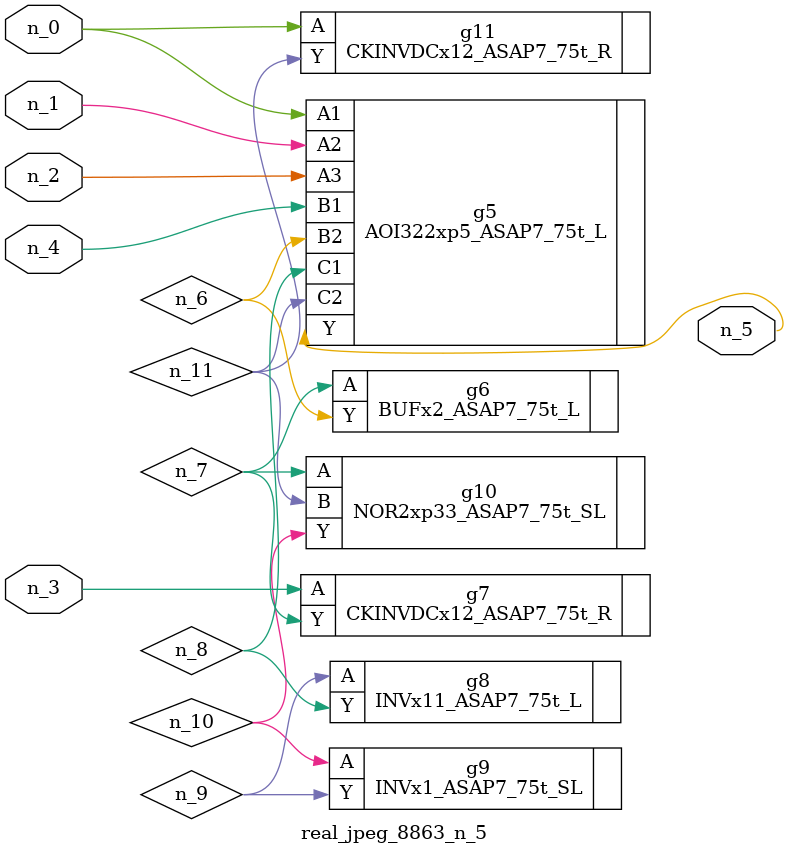
<source format=v>
module real_jpeg_8863_n_5 (n_4, n_0, n_1, n_2, n_3, n_5);

input n_4;
input n_0;
input n_1;
input n_2;
input n_3;

output n_5;

wire n_8;
wire n_11;
wire n_6;
wire n_7;
wire n_10;
wire n_9;

AOI322xp5_ASAP7_75t_L g5 ( 
.A1(n_0),
.A2(n_1),
.A3(n_2),
.B1(n_4),
.B2(n_6),
.C1(n_8),
.C2(n_11),
.Y(n_5)
);

CKINVDCx12_ASAP7_75t_R g11 ( 
.A(n_0),
.Y(n_11)
);

CKINVDCx12_ASAP7_75t_R g7 ( 
.A(n_3),
.Y(n_7)
);

BUFx2_ASAP7_75t_L g6 ( 
.A(n_7),
.Y(n_6)
);

NOR2xp33_ASAP7_75t_SL g10 ( 
.A(n_7),
.B(n_11),
.Y(n_10)
);

INVx11_ASAP7_75t_L g8 ( 
.A(n_9),
.Y(n_8)
);

INVx1_ASAP7_75t_SL g9 ( 
.A(n_10),
.Y(n_9)
);


endmodule
</source>
